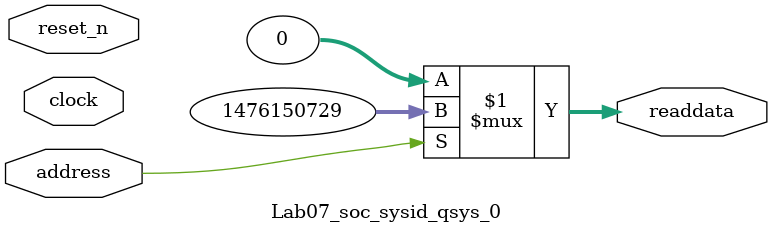
<source format=v>

`timescale 1ns / 1ps
// synthesis translate_on

// turn off superfluous verilog processor warnings 
// altera message_level Level1 
// altera message_off 10034 10035 10036 10037 10230 10240 10030 

module Lab07_soc_sysid_qsys_0 (
               // inputs:
                address,
                clock,
                reset_n,

               // outputs:
                readdata
             )
;

  output  [ 31: 0] readdata;
  input            address;
  input            clock;
  input            reset_n;

  wire    [ 31: 0] readdata;
  //control_slave, which is an e_avalon_slave
  assign readdata = address ? 1476150729 : 0;

endmodule




</source>
